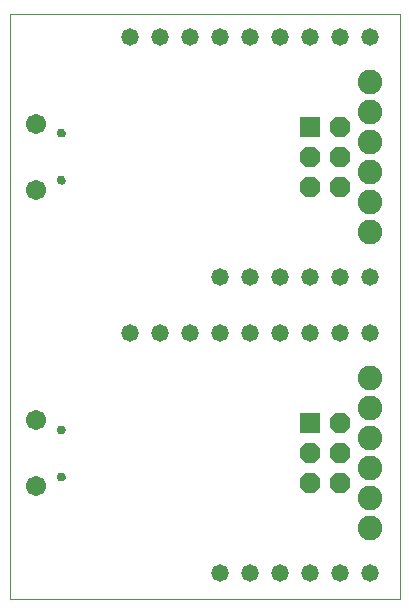
<source format=gbs>
G75*
G70*
%OFA0B0*%
%FSLAX24Y24*%
%IPPOS*%
%LPD*%
%AMOC8*
5,1,8,0,0,1.08239X$1,22.5*
%
%ADD10C,0.0000*%
%ADD11C,0.0297*%
%ADD12C,0.0674*%
%ADD13C,0.0820*%
%ADD14R,0.0680X0.0680*%
%ADD15OC8,0.0680*%
%ADD16C,0.0580*%
D10*
X000645Y000766D02*
X000645Y020266D01*
X013645Y020266D01*
X013645Y000766D01*
X000645Y000766D01*
X002258Y004854D02*
X002260Y004874D01*
X002266Y004894D01*
X002275Y004912D01*
X002288Y004929D01*
X002303Y004942D01*
X002321Y004952D01*
X002341Y004959D01*
X002361Y004962D01*
X002381Y004961D01*
X002401Y004956D01*
X002420Y004948D01*
X002437Y004936D01*
X002451Y004921D01*
X002462Y004903D01*
X002470Y004884D01*
X002474Y004864D01*
X002474Y004844D01*
X002470Y004824D01*
X002462Y004805D01*
X002451Y004787D01*
X002437Y004772D01*
X002420Y004760D01*
X002401Y004752D01*
X002381Y004747D01*
X002361Y004746D01*
X002341Y004749D01*
X002321Y004756D01*
X002303Y004766D01*
X002288Y004779D01*
X002275Y004796D01*
X002266Y004814D01*
X002260Y004834D01*
X002258Y004854D01*
X002258Y006428D02*
X002260Y006448D01*
X002266Y006468D01*
X002275Y006486D01*
X002288Y006503D01*
X002303Y006516D01*
X002321Y006526D01*
X002341Y006533D01*
X002361Y006536D01*
X002381Y006535D01*
X002401Y006530D01*
X002420Y006522D01*
X002437Y006510D01*
X002451Y006495D01*
X002462Y006477D01*
X002470Y006458D01*
X002474Y006438D01*
X002474Y006418D01*
X002470Y006398D01*
X002462Y006379D01*
X002451Y006361D01*
X002437Y006346D01*
X002420Y006334D01*
X002401Y006326D01*
X002381Y006321D01*
X002361Y006320D01*
X002341Y006323D01*
X002321Y006330D01*
X002303Y006340D01*
X002288Y006353D01*
X002275Y006370D01*
X002266Y006388D01*
X002260Y006408D01*
X002258Y006428D01*
X002258Y014729D02*
X002260Y014749D01*
X002266Y014769D01*
X002275Y014787D01*
X002288Y014804D01*
X002303Y014817D01*
X002321Y014827D01*
X002341Y014834D01*
X002361Y014837D01*
X002381Y014836D01*
X002401Y014831D01*
X002420Y014823D01*
X002437Y014811D01*
X002451Y014796D01*
X002462Y014778D01*
X002470Y014759D01*
X002474Y014739D01*
X002474Y014719D01*
X002470Y014699D01*
X002462Y014680D01*
X002451Y014662D01*
X002437Y014647D01*
X002420Y014635D01*
X002401Y014627D01*
X002381Y014622D01*
X002361Y014621D01*
X002341Y014624D01*
X002321Y014631D01*
X002303Y014641D01*
X002288Y014654D01*
X002275Y014671D01*
X002266Y014689D01*
X002260Y014709D01*
X002258Y014729D01*
X002258Y016303D02*
X002260Y016323D01*
X002266Y016343D01*
X002275Y016361D01*
X002288Y016378D01*
X002303Y016391D01*
X002321Y016401D01*
X002341Y016408D01*
X002361Y016411D01*
X002381Y016410D01*
X002401Y016405D01*
X002420Y016397D01*
X002437Y016385D01*
X002451Y016370D01*
X002462Y016352D01*
X002470Y016333D01*
X002474Y016313D01*
X002474Y016293D01*
X002470Y016273D01*
X002462Y016254D01*
X002451Y016236D01*
X002437Y016221D01*
X002420Y016209D01*
X002401Y016201D01*
X002381Y016196D01*
X002361Y016195D01*
X002341Y016198D01*
X002321Y016205D01*
X002303Y016215D01*
X002288Y016228D01*
X002275Y016245D01*
X002266Y016263D01*
X002260Y016283D01*
X002258Y016303D01*
D11*
X002366Y016303D03*
X002366Y014729D03*
X002366Y006428D03*
X002366Y004854D03*
D12*
X001520Y004529D03*
X001520Y006753D03*
X001520Y014404D03*
X001520Y016628D03*
D13*
X012645Y017016D03*
X012645Y016016D03*
X012645Y015016D03*
X012645Y014016D03*
X012645Y013016D03*
X012645Y008141D03*
X012645Y007141D03*
X012645Y006141D03*
X012645Y005141D03*
X012645Y004141D03*
X012645Y003141D03*
X012645Y018016D03*
D14*
X010645Y016516D03*
X010645Y006641D03*
D15*
X010645Y005641D03*
X010645Y004641D03*
X011645Y004641D03*
X011645Y005641D03*
X011645Y006641D03*
X011645Y014516D03*
X011645Y015516D03*
X011645Y016516D03*
X010645Y015516D03*
X010645Y014516D03*
D16*
X010645Y011516D03*
X009645Y011516D03*
X008645Y011516D03*
X007645Y011516D03*
X007645Y009641D03*
X006645Y009641D03*
X005645Y009641D03*
X004645Y009641D03*
X008645Y009641D03*
X009645Y009641D03*
X010645Y009641D03*
X011645Y009641D03*
X012645Y009641D03*
X012645Y011516D03*
X011645Y011516D03*
X011645Y019516D03*
X010645Y019516D03*
X009645Y019516D03*
X008645Y019516D03*
X007645Y019516D03*
X006645Y019516D03*
X005645Y019516D03*
X004645Y019516D03*
X012645Y019516D03*
X012645Y001641D03*
X011645Y001641D03*
X010645Y001641D03*
X009645Y001641D03*
X008645Y001641D03*
X007645Y001641D03*
M02*

</source>
